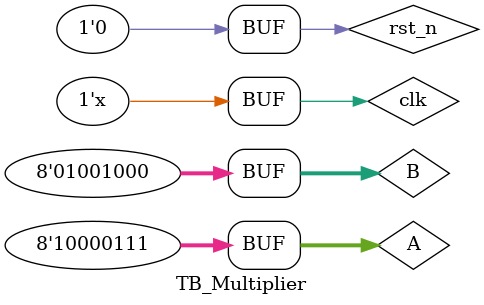
<source format=v>
`timescale 1ns / 1ps


module TB_Multiplier();
    reg clk;
    reg rst_n;
    reg [7:0] A;
    reg [7:0] B;
    wire [23:0] OUT;
    
    Multiplier M(A, B, OUT, clk, rst_n);
    
    initial begin
        rst_n = 1;
        clk = 0; 
        A = 0;
        B = 0;
        
        #5 rst_n <= 0;
        #10 A <= 99;
            B <= -50;
        #10 A <= 72;
            B <= -127;
        #10 A <= -43;
            B <= 9;
        #10 A <= 88;
            B <= -66;
        #10 A <= -81;
            B <= -102;
        #10 A <= 81;
            B <= -119;
        #10 A <= 108;
            B <= -84;
        #10 A <= -112;
            B <= -13;
        #10 A <= -64;
            B <= 78;
        #10 A <= -121;
            B <= 72;
    end
    
    always #5 clk = ~clk;
endmodule

</source>
